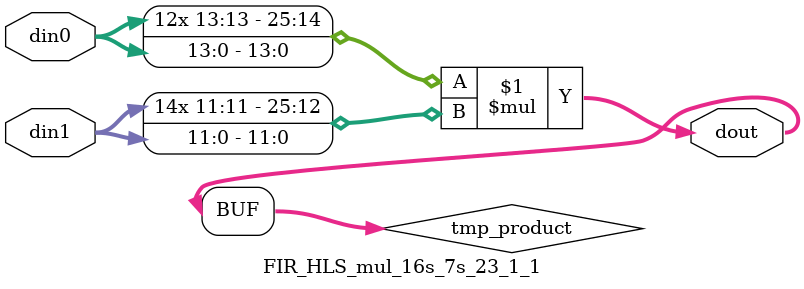
<source format=v>

`timescale 1 ns / 1 ps

 module FIR_HLS_mul_16s_7s_23_1_1(din0, din1, dout);
parameter ID = 1;
parameter NUM_STAGE = 0;
parameter din0_WIDTH = 14;
parameter din1_WIDTH = 12;
parameter dout_WIDTH = 26;

input [din0_WIDTH - 1 : 0] din0; 
input [din1_WIDTH - 1 : 0] din1; 
output [dout_WIDTH - 1 : 0] dout;

wire signed [dout_WIDTH - 1 : 0] tmp_product;



























assign tmp_product = $signed(din0) * $signed(din1);








assign dout = tmp_product;





















endmodule

</source>
